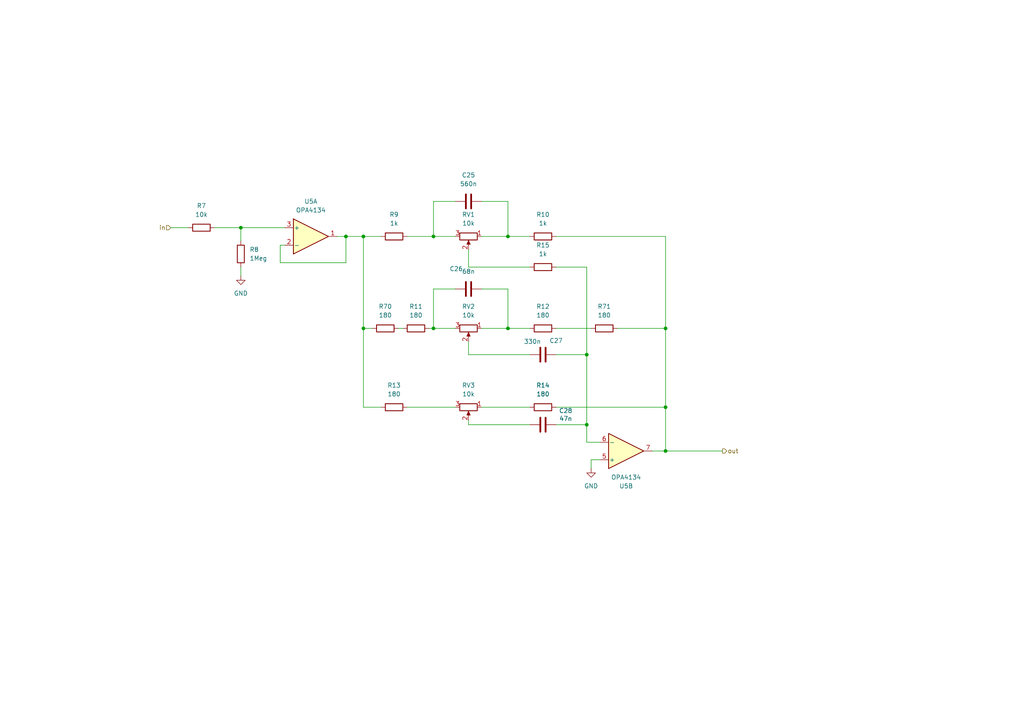
<source format=kicad_sch>
(kicad_sch
	(version 20250114)
	(generator "eeschema")
	(generator_version "9.0")
	(uuid "e8231f35-813f-46b8-a271-fb038ef25369")
	(paper "A4")
	(lib_symbols
		(symbol "Amplifier_Operational:OPA4134"
			(pin_names
				(offset 0.127)
			)
			(exclude_from_sim no)
			(in_bom yes)
			(on_board yes)
			(property "Reference" "U"
				(at 0 5.08 0)
				(effects
					(font
						(size 1.27 1.27)
					)
					(justify left)
				)
			)
			(property "Value" "OPA4134"
				(at 0 -5.08 0)
				(effects
					(font
						(size 1.27 1.27)
					)
					(justify left)
				)
			)
			(property "Footprint" ""
				(at -1.27 2.54 0)
				(effects
					(font
						(size 1.27 1.27)
					)
					(hide yes)
				)
			)
			(property "Datasheet" "http://www.ti.com/lit/ds/symlink/opa134.pdf"
				(at 1.27 5.08 0)
				(effects
					(font
						(size 1.27 1.27)
					)
					(hide yes)
				)
			)
			(property "Description" "Quad SoundPlus High Performance Audio Operational Amplifiers, SOIC-14"
				(at 0 0 0)
				(effects
					(font
						(size 1.27 1.27)
					)
					(hide yes)
				)
			)
			(property "ki_locked" ""
				(at 0 0 0)
				(effects
					(font
						(size 1.27 1.27)
					)
				)
			)
			(property "ki_keywords" "quad opamp"
				(at 0 0 0)
				(effects
					(font
						(size 1.27 1.27)
					)
					(hide yes)
				)
			)
			(property "ki_fp_filters" "SOIC*3.9x8.7mm*P1.27mm* DIP*W7.62mm* TSSOP*4.4x5mm*P0.65mm* SSOP*5.3x6.2mm*P0.65mm* MSOP*3x3mm*P0.5mm*"
				(at 0 0 0)
				(effects
					(font
						(size 1.27 1.27)
					)
					(hide yes)
				)
			)
			(symbol "OPA4134_1_1"
				(polyline
					(pts
						(xy -5.08 5.08) (xy 5.08 0) (xy -5.08 -5.08) (xy -5.08 5.08)
					)
					(stroke
						(width 0.254)
						(type default)
					)
					(fill
						(type background)
					)
				)
				(pin input line
					(at -7.62 2.54 0)
					(length 2.54)
					(name "+"
						(effects
							(font
								(size 1.27 1.27)
							)
						)
					)
					(number "3"
						(effects
							(font
								(size 1.27 1.27)
							)
						)
					)
				)
				(pin input line
					(at -7.62 -2.54 0)
					(length 2.54)
					(name "-"
						(effects
							(font
								(size 1.27 1.27)
							)
						)
					)
					(number "2"
						(effects
							(font
								(size 1.27 1.27)
							)
						)
					)
				)
				(pin output line
					(at 7.62 0 180)
					(length 2.54)
					(name "~"
						(effects
							(font
								(size 1.27 1.27)
							)
						)
					)
					(number "1"
						(effects
							(font
								(size 1.27 1.27)
							)
						)
					)
				)
			)
			(symbol "OPA4134_2_1"
				(polyline
					(pts
						(xy -5.08 5.08) (xy 5.08 0) (xy -5.08 -5.08) (xy -5.08 5.08)
					)
					(stroke
						(width 0.254)
						(type default)
					)
					(fill
						(type background)
					)
				)
				(pin input line
					(at -7.62 2.54 0)
					(length 2.54)
					(name "+"
						(effects
							(font
								(size 1.27 1.27)
							)
						)
					)
					(number "5"
						(effects
							(font
								(size 1.27 1.27)
							)
						)
					)
				)
				(pin input line
					(at -7.62 -2.54 0)
					(length 2.54)
					(name "-"
						(effects
							(font
								(size 1.27 1.27)
							)
						)
					)
					(number "6"
						(effects
							(font
								(size 1.27 1.27)
							)
						)
					)
				)
				(pin output line
					(at 7.62 0 180)
					(length 2.54)
					(name "~"
						(effects
							(font
								(size 1.27 1.27)
							)
						)
					)
					(number "7"
						(effects
							(font
								(size 1.27 1.27)
							)
						)
					)
				)
			)
			(symbol "OPA4134_3_1"
				(polyline
					(pts
						(xy -5.08 5.08) (xy 5.08 0) (xy -5.08 -5.08) (xy -5.08 5.08)
					)
					(stroke
						(width 0.254)
						(type default)
					)
					(fill
						(type background)
					)
				)
				(pin input line
					(at -7.62 2.54 0)
					(length 2.54)
					(name "+"
						(effects
							(font
								(size 1.27 1.27)
							)
						)
					)
					(number "10"
						(effects
							(font
								(size 1.27 1.27)
							)
						)
					)
				)
				(pin input line
					(at -7.62 -2.54 0)
					(length 2.54)
					(name "-"
						(effects
							(font
								(size 1.27 1.27)
							)
						)
					)
					(number "9"
						(effects
							(font
								(size 1.27 1.27)
							)
						)
					)
				)
				(pin output line
					(at 7.62 0 180)
					(length 2.54)
					(name "~"
						(effects
							(font
								(size 1.27 1.27)
							)
						)
					)
					(number "8"
						(effects
							(font
								(size 1.27 1.27)
							)
						)
					)
				)
			)
			(symbol "OPA4134_4_1"
				(polyline
					(pts
						(xy -5.08 5.08) (xy 5.08 0) (xy -5.08 -5.08) (xy -5.08 5.08)
					)
					(stroke
						(width 0.254)
						(type default)
					)
					(fill
						(type background)
					)
				)
				(pin input line
					(at -7.62 2.54 0)
					(length 2.54)
					(name "+"
						(effects
							(font
								(size 1.27 1.27)
							)
						)
					)
					(number "12"
						(effects
							(font
								(size 1.27 1.27)
							)
						)
					)
				)
				(pin input line
					(at -7.62 -2.54 0)
					(length 2.54)
					(name "-"
						(effects
							(font
								(size 1.27 1.27)
							)
						)
					)
					(number "13"
						(effects
							(font
								(size 1.27 1.27)
							)
						)
					)
				)
				(pin output line
					(at 7.62 0 180)
					(length 2.54)
					(name "~"
						(effects
							(font
								(size 1.27 1.27)
							)
						)
					)
					(number "14"
						(effects
							(font
								(size 1.27 1.27)
							)
						)
					)
				)
			)
			(symbol "OPA4134_5_1"
				(pin power_in line
					(at -2.54 7.62 270)
					(length 3.81)
					(name "V+"
						(effects
							(font
								(size 1.27 1.27)
							)
						)
					)
					(number "4"
						(effects
							(font
								(size 1.27 1.27)
							)
						)
					)
				)
				(pin power_in line
					(at -2.54 -7.62 90)
					(length 3.81)
					(name "V-"
						(effects
							(font
								(size 1.27 1.27)
							)
						)
					)
					(number "11"
						(effects
							(font
								(size 1.27 1.27)
							)
						)
					)
				)
			)
			(embedded_fonts no)
		)
		(symbol "Device:C"
			(pin_numbers
				(hide yes)
			)
			(pin_names
				(offset 0.254)
			)
			(exclude_from_sim no)
			(in_bom yes)
			(on_board yes)
			(property "Reference" "C"
				(at 0.635 2.54 0)
				(effects
					(font
						(size 1.27 1.27)
					)
					(justify left)
				)
			)
			(property "Value" "C"
				(at 0.635 -2.54 0)
				(effects
					(font
						(size 1.27 1.27)
					)
					(justify left)
				)
			)
			(property "Footprint" ""
				(at 0.9652 -3.81 0)
				(effects
					(font
						(size 1.27 1.27)
					)
					(hide yes)
				)
			)
			(property "Datasheet" "~"
				(at 0 0 0)
				(effects
					(font
						(size 1.27 1.27)
					)
					(hide yes)
				)
			)
			(property "Description" "Unpolarized capacitor"
				(at 0 0 0)
				(effects
					(font
						(size 1.27 1.27)
					)
					(hide yes)
				)
			)
			(property "ki_keywords" "cap capacitor"
				(at 0 0 0)
				(effects
					(font
						(size 1.27 1.27)
					)
					(hide yes)
				)
			)
			(property "ki_fp_filters" "C_*"
				(at 0 0 0)
				(effects
					(font
						(size 1.27 1.27)
					)
					(hide yes)
				)
			)
			(symbol "C_0_1"
				(polyline
					(pts
						(xy -2.032 0.762) (xy 2.032 0.762)
					)
					(stroke
						(width 0.508)
						(type default)
					)
					(fill
						(type none)
					)
				)
				(polyline
					(pts
						(xy -2.032 -0.762) (xy 2.032 -0.762)
					)
					(stroke
						(width 0.508)
						(type default)
					)
					(fill
						(type none)
					)
				)
			)
			(symbol "C_1_1"
				(pin passive line
					(at 0 3.81 270)
					(length 2.794)
					(name "~"
						(effects
							(font
								(size 1.27 1.27)
							)
						)
					)
					(number "1"
						(effects
							(font
								(size 1.27 1.27)
							)
						)
					)
				)
				(pin passive line
					(at 0 -3.81 90)
					(length 2.794)
					(name "~"
						(effects
							(font
								(size 1.27 1.27)
							)
						)
					)
					(number "2"
						(effects
							(font
								(size 1.27 1.27)
							)
						)
					)
				)
			)
			(embedded_fonts no)
		)
		(symbol "Device:R"
			(pin_numbers
				(hide yes)
			)
			(pin_names
				(offset 0)
			)
			(exclude_from_sim no)
			(in_bom yes)
			(on_board yes)
			(property "Reference" "R"
				(at 2.032 0 90)
				(effects
					(font
						(size 1.27 1.27)
					)
				)
			)
			(property "Value" "R"
				(at 0 0 90)
				(effects
					(font
						(size 1.27 1.27)
					)
				)
			)
			(property "Footprint" ""
				(at -1.778 0 90)
				(effects
					(font
						(size 1.27 1.27)
					)
					(hide yes)
				)
			)
			(property "Datasheet" "~"
				(at 0 0 0)
				(effects
					(font
						(size 1.27 1.27)
					)
					(hide yes)
				)
			)
			(property "Description" "Resistor"
				(at 0 0 0)
				(effects
					(font
						(size 1.27 1.27)
					)
					(hide yes)
				)
			)
			(property "ki_keywords" "R res resistor"
				(at 0 0 0)
				(effects
					(font
						(size 1.27 1.27)
					)
					(hide yes)
				)
			)
			(property "ki_fp_filters" "R_*"
				(at 0 0 0)
				(effects
					(font
						(size 1.27 1.27)
					)
					(hide yes)
				)
			)
			(symbol "R_0_1"
				(rectangle
					(start -1.016 -2.54)
					(end 1.016 2.54)
					(stroke
						(width 0.254)
						(type default)
					)
					(fill
						(type none)
					)
				)
			)
			(symbol "R_1_1"
				(pin passive line
					(at 0 3.81 270)
					(length 1.27)
					(name "~"
						(effects
							(font
								(size 1.27 1.27)
							)
						)
					)
					(number "1"
						(effects
							(font
								(size 1.27 1.27)
							)
						)
					)
				)
				(pin passive line
					(at 0 -3.81 90)
					(length 1.27)
					(name "~"
						(effects
							(font
								(size 1.27 1.27)
							)
						)
					)
					(number "2"
						(effects
							(font
								(size 1.27 1.27)
							)
						)
					)
				)
			)
			(embedded_fonts no)
		)
		(symbol "Device:R_Potentiometer"
			(pin_names
				(offset 1.016)
				(hide yes)
			)
			(exclude_from_sim no)
			(in_bom yes)
			(on_board yes)
			(property "Reference" "RV"
				(at -4.445 0 90)
				(effects
					(font
						(size 1.27 1.27)
					)
				)
			)
			(property "Value" "R_Potentiometer"
				(at -2.54 0 90)
				(effects
					(font
						(size 1.27 1.27)
					)
				)
			)
			(property "Footprint" ""
				(at 0 0 0)
				(effects
					(font
						(size 1.27 1.27)
					)
					(hide yes)
				)
			)
			(property "Datasheet" "~"
				(at 0 0 0)
				(effects
					(font
						(size 1.27 1.27)
					)
					(hide yes)
				)
			)
			(property "Description" "Potentiometer"
				(at 0 0 0)
				(effects
					(font
						(size 1.27 1.27)
					)
					(hide yes)
				)
			)
			(property "ki_keywords" "resistor variable"
				(at 0 0 0)
				(effects
					(font
						(size 1.27 1.27)
					)
					(hide yes)
				)
			)
			(property "ki_fp_filters" "Potentiometer*"
				(at 0 0 0)
				(effects
					(font
						(size 1.27 1.27)
					)
					(hide yes)
				)
			)
			(symbol "R_Potentiometer_0_1"
				(rectangle
					(start 1.016 2.54)
					(end -1.016 -2.54)
					(stroke
						(width 0.254)
						(type default)
					)
					(fill
						(type none)
					)
				)
				(polyline
					(pts
						(xy 1.143 0) (xy 2.286 0.508) (xy 2.286 -0.508) (xy 1.143 0)
					)
					(stroke
						(width 0)
						(type default)
					)
					(fill
						(type outline)
					)
				)
				(polyline
					(pts
						(xy 2.54 0) (xy 1.524 0)
					)
					(stroke
						(width 0)
						(type default)
					)
					(fill
						(type none)
					)
				)
			)
			(symbol "R_Potentiometer_1_1"
				(pin passive line
					(at 0 3.81 270)
					(length 1.27)
					(name "1"
						(effects
							(font
								(size 1.27 1.27)
							)
						)
					)
					(number "1"
						(effects
							(font
								(size 1.27 1.27)
							)
						)
					)
				)
				(pin passive line
					(at 0 -3.81 90)
					(length 1.27)
					(name "3"
						(effects
							(font
								(size 1.27 1.27)
							)
						)
					)
					(number "3"
						(effects
							(font
								(size 1.27 1.27)
							)
						)
					)
				)
				(pin passive line
					(at 3.81 0 180)
					(length 1.27)
					(name "2"
						(effects
							(font
								(size 1.27 1.27)
							)
						)
					)
					(number "2"
						(effects
							(font
								(size 1.27 1.27)
							)
						)
					)
				)
			)
			(embedded_fonts no)
		)
		(symbol "power:GND"
			(power)
			(pin_numbers
				(hide yes)
			)
			(pin_names
				(offset 0)
				(hide yes)
			)
			(exclude_from_sim no)
			(in_bom yes)
			(on_board yes)
			(property "Reference" "#PWR"
				(at 0 -6.35 0)
				(effects
					(font
						(size 1.27 1.27)
					)
					(hide yes)
				)
			)
			(property "Value" "GND"
				(at 0 -3.81 0)
				(effects
					(font
						(size 1.27 1.27)
					)
				)
			)
			(property "Footprint" ""
				(at 0 0 0)
				(effects
					(font
						(size 1.27 1.27)
					)
					(hide yes)
				)
			)
			(property "Datasheet" ""
				(at 0 0 0)
				(effects
					(font
						(size 1.27 1.27)
					)
					(hide yes)
				)
			)
			(property "Description" "Power symbol creates a global label with name \"GND\" , ground"
				(at 0 0 0)
				(effects
					(font
						(size 1.27 1.27)
					)
					(hide yes)
				)
			)
			(property "ki_keywords" "global power"
				(at 0 0 0)
				(effects
					(font
						(size 1.27 1.27)
					)
					(hide yes)
				)
			)
			(symbol "GND_0_1"
				(polyline
					(pts
						(xy 0 0) (xy 0 -1.27) (xy 1.27 -1.27) (xy 0 -2.54) (xy -1.27 -1.27) (xy 0 -1.27)
					)
					(stroke
						(width 0)
						(type default)
					)
					(fill
						(type none)
					)
				)
			)
			(symbol "GND_1_1"
				(pin power_in line
					(at 0 0 270)
					(length 0)
					(name "~"
						(effects
							(font
								(size 1.27 1.27)
							)
						)
					)
					(number "1"
						(effects
							(font
								(size 1.27 1.27)
							)
						)
					)
				)
			)
			(embedded_fonts no)
		)
	)
	(junction
		(at 125.73 95.25)
		(diameter 0)
		(color 0 0 0 0)
		(uuid "1154c1ee-6521-4ff3-8d4d-99fad93a0db2")
	)
	(junction
		(at 105.41 68.58)
		(diameter 0)
		(color 0 0 0 0)
		(uuid "143deec4-3a0e-40e6-91f6-759d9f5efc2a")
	)
	(junction
		(at 147.32 68.58)
		(diameter 0)
		(color 0 0 0 0)
		(uuid "1a096b3e-e5d0-4d38-972b-fd093fc340b2")
	)
	(junction
		(at 170.18 102.87)
		(diameter 0)
		(color 0 0 0 0)
		(uuid "3614dd1c-a89a-4fa0-83d5-cfdea71310b4")
	)
	(junction
		(at 105.41 95.25)
		(diameter 0)
		(color 0 0 0 0)
		(uuid "467d843d-6d31-481e-a752-a3e36a0ffac2")
	)
	(junction
		(at 125.73 68.58)
		(diameter 0)
		(color 0 0 0 0)
		(uuid "56026bf3-71fc-4bcc-bc7b-cf1e3f713ddd")
	)
	(junction
		(at 193.04 130.81)
		(diameter 0)
		(color 0 0 0 0)
		(uuid "59113526-512b-41b9-a78e-09d1598d0c60")
	)
	(junction
		(at 100.33 68.58)
		(diameter 0)
		(color 0 0 0 0)
		(uuid "639d2ae9-eb75-47f7-bc6b-4d4aea414a28")
	)
	(junction
		(at 170.18 123.19)
		(diameter 0)
		(color 0 0 0 0)
		(uuid "6d289da3-6bdb-43bd-8c89-99c544da9980")
	)
	(junction
		(at 193.04 95.25)
		(diameter 0)
		(color 0 0 0 0)
		(uuid "b94e614f-babc-44d4-a995-3ad8350cc6a7")
	)
	(junction
		(at 69.85 66.04)
		(diameter 0)
		(color 0 0 0 0)
		(uuid "c6b56a5b-7e5d-45b7-a8d6-0cf207254b0d")
	)
	(junction
		(at 147.32 95.25)
		(diameter 0)
		(color 0 0 0 0)
		(uuid "dbaf1f75-44eb-4fd4-a9ff-10fa520cf37a")
	)
	(junction
		(at 193.04 118.11)
		(diameter 0)
		(color 0 0 0 0)
		(uuid "f1653098-12f2-46a9-9f8a-90b8c3d08e50")
	)
	(wire
		(pts
			(xy 135.89 77.47) (xy 153.67 77.47)
		)
		(stroke
			(width 0)
			(type default)
		)
		(uuid "0665cda6-b99f-4db8-9219-21f3e07be186")
	)
	(wire
		(pts
			(xy 193.04 118.11) (xy 161.29 118.11)
		)
		(stroke
			(width 0)
			(type default)
		)
		(uuid "0b766b8b-d4a3-437e-b2f8-407a3c6cb45b")
	)
	(wire
		(pts
			(xy 124.46 95.25) (xy 125.73 95.25)
		)
		(stroke
			(width 0)
			(type default)
		)
		(uuid "0c3f4df3-83bc-49b9-ba3c-646df290d0ef")
	)
	(wire
		(pts
			(xy 170.18 123.19) (xy 170.18 128.27)
		)
		(stroke
			(width 0)
			(type default)
		)
		(uuid "0eaa65c1-3f82-4046-be3c-6ac44ef6a7fd")
	)
	(wire
		(pts
			(xy 132.08 58.42) (xy 125.73 58.42)
		)
		(stroke
			(width 0)
			(type default)
		)
		(uuid "0f7190eb-6d3f-4945-967e-9fa0d5d5578c")
	)
	(wire
		(pts
			(xy 193.04 68.58) (xy 193.04 95.25)
		)
		(stroke
			(width 0)
			(type default)
		)
		(uuid "0f8a5242-6ee7-4ffa-88d0-3ed2709a42ad")
	)
	(wire
		(pts
			(xy 105.41 118.11) (xy 105.41 95.25)
		)
		(stroke
			(width 0)
			(type default)
		)
		(uuid "122f5d7d-dd10-4586-86cb-95e76550bc39")
	)
	(wire
		(pts
			(xy 105.41 95.25) (xy 105.41 68.58)
		)
		(stroke
			(width 0)
			(type default)
		)
		(uuid "1b685b78-b3be-4b00-833f-23d087e416d7")
	)
	(wire
		(pts
			(xy 135.89 121.92) (xy 135.89 123.19)
		)
		(stroke
			(width 0)
			(type default)
		)
		(uuid "2369c541-f002-4f5f-b3cd-9daa3fa3d094")
	)
	(wire
		(pts
			(xy 139.7 118.11) (xy 153.67 118.11)
		)
		(stroke
			(width 0)
			(type default)
		)
		(uuid "29bab1ac-3c3d-44df-ae5e-aa85654f2cf9")
	)
	(wire
		(pts
			(xy 135.89 123.19) (xy 153.67 123.19)
		)
		(stroke
			(width 0)
			(type default)
		)
		(uuid "33b5d7a1-cc24-4b8e-8d08-f1c40d5a550a")
	)
	(wire
		(pts
			(xy 125.73 95.25) (xy 132.08 95.25)
		)
		(stroke
			(width 0)
			(type default)
		)
		(uuid "351bf912-248f-4207-9e82-ecbe6179fb15")
	)
	(wire
		(pts
			(xy 125.73 83.82) (xy 125.73 95.25)
		)
		(stroke
			(width 0)
			(type default)
		)
		(uuid "3552e745-7abf-4aa9-8ee2-19e0527ba73c")
	)
	(wire
		(pts
			(xy 139.7 58.42) (xy 147.32 58.42)
		)
		(stroke
			(width 0)
			(type default)
		)
		(uuid "356f2354-fb44-45cc-8670-3d8602fa26ca")
	)
	(wire
		(pts
			(xy 81.28 76.2) (xy 100.33 76.2)
		)
		(stroke
			(width 0)
			(type default)
		)
		(uuid "39332d66-f1b4-4121-b15f-aaba6f166c7f")
	)
	(wire
		(pts
			(xy 49.53 66.04) (xy 54.61 66.04)
		)
		(stroke
			(width 0)
			(type default)
		)
		(uuid "3a023f65-7ea1-486c-9c24-d21dd2094ff1")
	)
	(wire
		(pts
			(xy 170.18 128.27) (xy 173.99 128.27)
		)
		(stroke
			(width 0)
			(type default)
		)
		(uuid "3ef1181f-4a0e-443c-b1ed-0f616ab07d3a")
	)
	(wire
		(pts
			(xy 116.84 95.25) (xy 115.57 95.25)
		)
		(stroke
			(width 0)
			(type default)
		)
		(uuid "47c4593d-6e34-4faa-b14d-8ad25382bc27")
	)
	(wire
		(pts
			(xy 147.32 68.58) (xy 153.67 68.58)
		)
		(stroke
			(width 0)
			(type default)
		)
		(uuid "4b011e5a-af28-4020-bce4-982a6d6655cd")
	)
	(wire
		(pts
			(xy 125.73 68.58) (xy 132.08 68.58)
		)
		(stroke
			(width 0)
			(type default)
		)
		(uuid "4beb604d-098e-486f-aeda-49e88f575a2d")
	)
	(wire
		(pts
			(xy 171.45 133.35) (xy 173.99 133.35)
		)
		(stroke
			(width 0)
			(type default)
		)
		(uuid "4e38c51f-c5a5-47de-8f9e-019f38f2ccba")
	)
	(wire
		(pts
			(xy 161.29 77.47) (xy 170.18 77.47)
		)
		(stroke
			(width 0)
			(type default)
		)
		(uuid "4f36539c-7ff5-4a2c-9c5a-062bfe261065")
	)
	(wire
		(pts
			(xy 170.18 77.47) (xy 170.18 102.87)
		)
		(stroke
			(width 0)
			(type default)
		)
		(uuid "57c42bed-27e7-4235-9eea-06ab9ec289a0")
	)
	(wire
		(pts
			(xy 161.29 102.87) (xy 170.18 102.87)
		)
		(stroke
			(width 0)
			(type default)
		)
		(uuid "5d193cad-a439-470f-8cd5-765be1b73d5c")
	)
	(wire
		(pts
			(xy 171.45 135.89) (xy 171.45 133.35)
		)
		(stroke
			(width 0)
			(type default)
		)
		(uuid "6161b412-e3d7-4124-bee5-adf48bed313b")
	)
	(wire
		(pts
			(xy 161.29 95.25) (xy 171.45 95.25)
		)
		(stroke
			(width 0)
			(type default)
		)
		(uuid "636de0dd-14f5-4036-8ff4-2999d54fb9e2")
	)
	(wire
		(pts
			(xy 118.11 118.11) (xy 132.08 118.11)
		)
		(stroke
			(width 0)
			(type default)
		)
		(uuid "64d35983-4e01-47db-9d99-0f4b7a21f290")
	)
	(wire
		(pts
			(xy 100.33 68.58) (xy 105.41 68.58)
		)
		(stroke
			(width 0)
			(type default)
		)
		(uuid "7375e159-831a-4895-ad08-cead66899d82")
	)
	(wire
		(pts
			(xy 118.11 68.58) (xy 125.73 68.58)
		)
		(stroke
			(width 0)
			(type default)
		)
		(uuid "772b70d3-eaae-4525-b54c-29d33616e5cd")
	)
	(wire
		(pts
			(xy 132.08 83.82) (xy 125.73 83.82)
		)
		(stroke
			(width 0)
			(type default)
		)
		(uuid "77ee8d9b-2b6c-4490-8da0-5cb2084bb540")
	)
	(wire
		(pts
			(xy 179.07 95.25) (xy 193.04 95.25)
		)
		(stroke
			(width 0)
			(type default)
		)
		(uuid "7a72bd94-1eaa-465f-ba37-aaef0dfb005a")
	)
	(wire
		(pts
			(xy 100.33 76.2) (xy 100.33 68.58)
		)
		(stroke
			(width 0)
			(type default)
		)
		(uuid "7f4cf165-8280-43ea-8430-33a235703d45")
	)
	(wire
		(pts
			(xy 147.32 95.25) (xy 153.67 95.25)
		)
		(stroke
			(width 0)
			(type default)
		)
		(uuid "85ea0d97-caa4-463a-aed6-002cf5e053ef")
	)
	(wire
		(pts
			(xy 147.32 58.42) (xy 147.32 68.58)
		)
		(stroke
			(width 0)
			(type default)
		)
		(uuid "980efd75-049a-419c-9bf2-d41dad17f2f2")
	)
	(wire
		(pts
			(xy 107.95 95.25) (xy 105.41 95.25)
		)
		(stroke
			(width 0)
			(type default)
		)
		(uuid "9ff2cd8a-e05f-41a7-a755-563a5f0d1eb6")
	)
	(wire
		(pts
			(xy 100.33 68.58) (xy 97.79 68.58)
		)
		(stroke
			(width 0)
			(type default)
		)
		(uuid "a2e8db09-79e6-4c24-bed6-2c5ae08307a7")
	)
	(wire
		(pts
			(xy 147.32 83.82) (xy 147.32 95.25)
		)
		(stroke
			(width 0)
			(type default)
		)
		(uuid "ac72ebef-75bd-41c4-9b89-8f04ef12078d")
	)
	(wire
		(pts
			(xy 69.85 66.04) (xy 69.85 69.85)
		)
		(stroke
			(width 0)
			(type default)
		)
		(uuid "b250d50e-4a9f-4663-a503-f01cfc3adde9")
	)
	(wire
		(pts
			(xy 193.04 130.81) (xy 193.04 118.11)
		)
		(stroke
			(width 0)
			(type default)
		)
		(uuid "b557a057-40ba-4b8b-8a63-690f7f995076")
	)
	(wire
		(pts
			(xy 82.55 71.12) (xy 81.28 71.12)
		)
		(stroke
			(width 0)
			(type default)
		)
		(uuid "b5623390-8170-4dda-881a-4b3f5a59150d")
	)
	(wire
		(pts
			(xy 161.29 123.19) (xy 170.18 123.19)
		)
		(stroke
			(width 0)
			(type default)
		)
		(uuid "c3c1ead4-a12d-4add-9d04-9482f0b96ea0")
	)
	(wire
		(pts
			(xy 170.18 102.87) (xy 170.18 123.19)
		)
		(stroke
			(width 0)
			(type default)
		)
		(uuid "c3e93d10-762d-4a52-b3af-f4c6ddea4656")
	)
	(wire
		(pts
			(xy 135.89 72.39) (xy 135.89 77.47)
		)
		(stroke
			(width 0)
			(type default)
		)
		(uuid "c5b50431-4331-4a7f-a0de-bf0e0473ecea")
	)
	(wire
		(pts
			(xy 193.04 95.25) (xy 193.04 118.11)
		)
		(stroke
			(width 0)
			(type default)
		)
		(uuid "cfccc086-5e4c-4676-9487-45e32932e7d5")
	)
	(wire
		(pts
			(xy 135.89 102.87) (xy 153.67 102.87)
		)
		(stroke
			(width 0)
			(type default)
		)
		(uuid "d6eebd03-d195-4fe5-b7e6-77613dba125b")
	)
	(wire
		(pts
			(xy 161.29 68.58) (xy 193.04 68.58)
		)
		(stroke
			(width 0)
			(type default)
		)
		(uuid "d9641a53-f77f-4921-a83f-7d6c68fb137c")
	)
	(wire
		(pts
			(xy 125.73 58.42) (xy 125.73 68.58)
		)
		(stroke
			(width 0)
			(type default)
		)
		(uuid "dc1a254d-0267-42de-a04c-e90b6f79ce5b")
	)
	(wire
		(pts
			(xy 110.49 118.11) (xy 105.41 118.11)
		)
		(stroke
			(width 0)
			(type default)
		)
		(uuid "dea6985e-ecc0-4c70-b20f-9867191f4b4a")
	)
	(wire
		(pts
			(xy 62.23 66.04) (xy 69.85 66.04)
		)
		(stroke
			(width 0)
			(type default)
		)
		(uuid "e035f032-efd1-42a9-8207-a2ec6e59b236")
	)
	(wire
		(pts
			(xy 105.41 68.58) (xy 110.49 68.58)
		)
		(stroke
			(width 0)
			(type default)
		)
		(uuid "e13c2ba2-f6fc-402c-bd56-29d2dc6dcd18")
	)
	(wire
		(pts
			(xy 139.7 95.25) (xy 147.32 95.25)
		)
		(stroke
			(width 0)
			(type default)
		)
		(uuid "e25ea70a-75e8-434c-ad5c-a1bdc21e5553")
	)
	(wire
		(pts
			(xy 189.23 130.81) (xy 193.04 130.81)
		)
		(stroke
			(width 0)
			(type default)
		)
		(uuid "e72b739e-61f9-4d8a-a0b2-4f50847c4044")
	)
	(wire
		(pts
			(xy 139.7 68.58) (xy 147.32 68.58)
		)
		(stroke
			(width 0)
			(type default)
		)
		(uuid "e7b3acf1-dbc0-4264-b879-6832c545e6dd")
	)
	(wire
		(pts
			(xy 193.04 130.81) (xy 209.55 130.81)
		)
		(stroke
			(width 0)
			(type default)
		)
		(uuid "e7ca34d5-a011-4973-b885-34fb6aee6686")
	)
	(wire
		(pts
			(xy 139.7 83.82) (xy 147.32 83.82)
		)
		(stroke
			(width 0)
			(type default)
		)
		(uuid "ea237e21-6fcf-4638-9214-aa6178719166")
	)
	(wire
		(pts
			(xy 81.28 71.12) (xy 81.28 76.2)
		)
		(stroke
			(width 0)
			(type default)
		)
		(uuid "ea43030d-3102-4d98-8055-0485f97d6b03")
	)
	(wire
		(pts
			(xy 69.85 66.04) (xy 82.55 66.04)
		)
		(stroke
			(width 0)
			(type default)
		)
		(uuid "ed4c03f8-5221-45bd-8deb-cf56ce211274")
	)
	(wire
		(pts
			(xy 69.85 77.47) (xy 69.85 80.01)
		)
		(stroke
			(width 0)
			(type default)
		)
		(uuid "fa99796a-7a58-4bfb-8f06-b100628e9c3a")
	)
	(wire
		(pts
			(xy 135.89 99.06) (xy 135.89 102.87)
		)
		(stroke
			(width 0)
			(type default)
		)
		(uuid "fcf84bfa-559b-4d54-a42e-1e5cfc6875d0")
	)
	(hierarchical_label "out"
		(shape output)
		(at 209.55 130.81 0)
		(effects
			(font
				(size 1.27 1.27)
			)
			(justify left)
		)
		(uuid "34c6d45d-7737-4577-8b3e-56380afe2abd")
	)
	(hierarchical_label "in"
		(shape input)
		(at 49.53 66.04 180)
		(effects
			(font
				(size 1.27 1.27)
			)
			(justify right)
		)
		(uuid "de88b9ba-1f4c-4f6f-8947-037beb64d3a6")
	)
	(symbol
		(lib_id "Device:R")
		(at 120.65 95.25 90)
		(unit 1)
		(exclude_from_sim no)
		(in_bom yes)
		(on_board yes)
		(dnp no)
		(fields_autoplaced yes)
		(uuid "27e5c240-b0fd-4b2c-ae17-73415fc4c2d8")
		(property "Reference" "R11"
			(at 120.65 88.9 90)
			(effects
				(font
					(size 1.27 1.27)
				)
			)
		)
		(property "Value" "180"
			(at 120.65 91.44 90)
			(effects
				(font
					(size 1.27 1.27)
				)
			)
		)
		(property "Footprint" "Resistor_SMD:R_0603_1608Metric_Pad0.98x0.95mm_HandSolder"
			(at 120.65 97.028 90)
			(effects
				(font
					(size 1.27 1.27)
				)
				(hide yes)
			)
		)
		(property "Datasheet" "~"
			(at 120.65 95.25 0)
			(effects
				(font
					(size 1.27 1.27)
				)
				(hide yes)
			)
		)
		(property "Description" "Resistor"
			(at 120.65 95.25 0)
			(effects
				(font
					(size 1.27 1.27)
				)
				(hide yes)
			)
		)
		(pin "2"
			(uuid "3aac9a8b-1baf-4638-964e-fc1409cbaa1a")
		)
		(pin "1"
			(uuid "d95a6b8d-5f42-4c5d-ad00-0a0923378127")
		)
		(instances
			(project ""
				(path "/b77251ff-4eed-421f-8c84-983bb16b8e4c/65ae5279-f261-44aa-a976-bc4d67837457"
					(reference "R11")
					(unit 1)
				)
			)
		)
	)
	(symbol
		(lib_id "Device:R")
		(at 114.3 118.11 90)
		(unit 1)
		(exclude_from_sim no)
		(in_bom yes)
		(on_board yes)
		(dnp no)
		(fields_autoplaced yes)
		(uuid "29edb136-c953-4f01-9813-c4a6b14a39e2")
		(property "Reference" "R13"
			(at 114.3 111.76 90)
			(effects
				(font
					(size 1.27 1.27)
				)
			)
		)
		(property "Value" "180"
			(at 114.3 114.3 90)
			(effects
				(font
					(size 1.27 1.27)
				)
			)
		)
		(property "Footprint" "Resistor_SMD:R_0603_1608Metric_Pad0.98x0.95mm_HandSolder"
			(at 114.3 119.888 90)
			(effects
				(font
					(size 1.27 1.27)
				)
				(hide yes)
			)
		)
		(property "Datasheet" "~"
			(at 114.3 118.11 0)
			(effects
				(font
					(size 1.27 1.27)
				)
				(hide yes)
			)
		)
		(property "Description" "Resistor"
			(at 114.3 118.11 0)
			(effects
				(font
					(size 1.27 1.27)
				)
				(hide yes)
			)
		)
		(pin "2"
			(uuid "3aac9a8b-1baf-4638-964e-fc1409cbaa1b")
		)
		(pin "1"
			(uuid "d95a6b8d-5f42-4c5d-ad00-0a0923378128")
		)
		(instances
			(project ""
				(path "/b77251ff-4eed-421f-8c84-983bb16b8e4c/65ae5279-f261-44aa-a976-bc4d67837457"
					(reference "R13")
					(unit 1)
				)
			)
		)
	)
	(symbol
		(lib_id "Device:R")
		(at 58.42 66.04 90)
		(unit 1)
		(exclude_from_sim no)
		(in_bom yes)
		(on_board yes)
		(dnp no)
		(fields_autoplaced yes)
		(uuid "2c3b9e5a-ee25-413c-b374-ec8bafeed784")
		(property "Reference" "R7"
			(at 58.42 59.69 90)
			(effects
				(font
					(size 1.27 1.27)
				)
			)
		)
		(property "Value" "10k"
			(at 58.42 62.23 90)
			(effects
				(font
					(size 1.27 1.27)
				)
			)
		)
		(property "Footprint" "Resistor_SMD:R_0603_1608Metric_Pad0.98x0.95mm_HandSolder"
			(at 58.42 67.818 90)
			(effects
				(font
					(size 1.27 1.27)
				)
				(hide yes)
			)
		)
		(property "Datasheet" "~"
			(at 58.42 66.04 0)
			(effects
				(font
					(size 1.27 1.27)
				)
				(hide yes)
			)
		)
		(property "Description" "Resistor"
			(at 58.42 66.04 0)
			(effects
				(font
					(size 1.27 1.27)
				)
				(hide yes)
			)
		)
		(pin "1"
			(uuid "be6b3ce6-9694-4591-9b27-14518990c6c2")
		)
		(pin "2"
			(uuid "e9317180-08f5-4fc6-a5e2-db967fbf9e8a")
		)
		(instances
			(project ""
				(path "/b77251ff-4eed-421f-8c84-983bb16b8e4c/65ae5279-f261-44aa-a976-bc4d67837457"
					(reference "R7")
					(unit 1)
				)
			)
		)
	)
	(symbol
		(lib_id "Device:R")
		(at 111.76 95.25 90)
		(unit 1)
		(exclude_from_sim no)
		(in_bom yes)
		(on_board yes)
		(dnp no)
		(fields_autoplaced yes)
		(uuid "2fef9f54-7cab-426c-ae31-a94cfd700884")
		(property "Reference" "R70"
			(at 111.76 88.9 90)
			(effects
				(font
					(size 1.27 1.27)
				)
			)
		)
		(property "Value" "180"
			(at 111.76 91.44 90)
			(effects
				(font
					(size 1.27 1.27)
				)
			)
		)
		(property "Footprint" "Resistor_SMD:R_0603_1608Metric_Pad0.98x0.95mm_HandSolder"
			(at 111.76 97.028 90)
			(effects
				(font
					(size 1.27 1.27)
				)
				(hide yes)
			)
		)
		(property "Datasheet" "~"
			(at 111.76 95.25 0)
			(effects
				(font
					(size 1.27 1.27)
				)
				(hide yes)
			)
		)
		(property "Description" "Resistor"
			(at 111.76 95.25 0)
			(effects
				(font
					(size 1.27 1.27)
				)
				(hide yes)
			)
		)
		(pin "2"
			(uuid "91ae520a-0cc7-44bb-85b5-7f9117090aa4")
		)
		(pin "1"
			(uuid "538254d2-cb97-46a3-935d-29139f708aab")
		)
		(instances
			(project "guitar_interface"
				(path "/b77251ff-4eed-421f-8c84-983bb16b8e4c/65ae5279-f261-44aa-a976-bc4d67837457"
					(reference "R70")
					(unit 1)
				)
			)
		)
	)
	(symbol
		(lib_id "Device:R_Potentiometer")
		(at 135.89 95.25 270)
		(unit 1)
		(exclude_from_sim no)
		(in_bom yes)
		(on_board yes)
		(dnp no)
		(fields_autoplaced yes)
		(uuid "3f4eb5ee-076f-4f7b-bd35-15942757646e")
		(property "Reference" "RV2"
			(at 135.89 88.9 90)
			(effects
				(font
					(size 1.27 1.27)
				)
			)
		)
		(property "Value" "10k"
			(at 135.89 91.44 90)
			(effects
				(font
					(size 1.27 1.27)
				)
			)
		)
		(property "Footprint" "Connector_PinHeader_2.54mm:PinHeader_1x03_P2.54mm_Vertical"
			(at 135.89 95.25 0)
			(effects
				(font
					(size 1.27 1.27)
				)
				(hide yes)
			)
		)
		(property "Datasheet" "~"
			(at 135.89 95.25 0)
			(effects
				(font
					(size 1.27 1.27)
				)
				(hide yes)
			)
		)
		(property "Description" "Potentiometer"
			(at 135.89 95.25 0)
			(effects
				(font
					(size 1.27 1.27)
				)
				(hide yes)
			)
		)
		(pin "1"
			(uuid "65ac3498-47b6-4596-bf6b-fe74377aa687")
		)
		(pin "3"
			(uuid "1c8f8dd0-7a74-45e0-aafb-c2e16584fceb")
		)
		(pin "2"
			(uuid "8992008b-6798-465c-a827-826aa7ac01ee")
		)
		(instances
			(project ""
				(path "/b77251ff-4eed-421f-8c84-983bb16b8e4c/65ae5279-f261-44aa-a976-bc4d67837457"
					(reference "RV2")
					(unit 1)
				)
			)
		)
	)
	(symbol
		(lib_id "Device:R")
		(at 157.48 68.58 90)
		(unit 1)
		(exclude_from_sim no)
		(in_bom yes)
		(on_board yes)
		(dnp no)
		(fields_autoplaced yes)
		(uuid "44a01f64-45f5-444e-bcff-ea8814eaaf96")
		(property "Reference" "R10"
			(at 157.48 62.23 90)
			(effects
				(font
					(size 1.27 1.27)
				)
			)
		)
		(property "Value" "1k"
			(at 157.48 64.77 90)
			(effects
				(font
					(size 1.27 1.27)
				)
			)
		)
		(property "Footprint" "Resistor_SMD:R_0603_1608Metric_Pad0.98x0.95mm_HandSolder"
			(at 157.48 70.358 90)
			(effects
				(font
					(size 1.27 1.27)
				)
				(hide yes)
			)
		)
		(property "Datasheet" "~"
			(at 157.48 68.58 0)
			(effects
				(font
					(size 1.27 1.27)
				)
				(hide yes)
			)
		)
		(property "Description" "Resistor"
			(at 157.48 68.58 0)
			(effects
				(font
					(size 1.27 1.27)
				)
				(hide yes)
			)
		)
		(pin "2"
			(uuid "3aac9a8b-1baf-4638-964e-fc1409cbaa1c")
		)
		(pin "1"
			(uuid "d95a6b8d-5f42-4c5d-ad00-0a0923378129")
		)
		(instances
			(project ""
				(path "/b77251ff-4eed-421f-8c84-983bb16b8e4c/65ae5279-f261-44aa-a976-bc4d67837457"
					(reference "R10")
					(unit 1)
				)
			)
		)
	)
	(symbol
		(lib_id "Device:R")
		(at 157.48 118.11 90)
		(unit 1)
		(exclude_from_sim no)
		(in_bom yes)
		(on_board yes)
		(dnp no)
		(fields_autoplaced yes)
		(uuid "60a2ef6f-344c-40bf-b439-d75932b5168f")
		(property "Reference" "R14"
			(at 157.48 111.76 90)
			(effects
				(font
					(size 1.27 1.27)
				)
			)
		)
		(property "Value" "180"
			(at 157.48 114.3 90)
			(effects
				(font
					(size 1.27 1.27)
				)
			)
		)
		(property "Footprint" "Resistor_SMD:R_0603_1608Metric_Pad0.98x0.95mm_HandSolder"
			(at 157.48 119.888 90)
			(effects
				(font
					(size 1.27 1.27)
				)
				(hide yes)
			)
		)
		(property "Datasheet" "~"
			(at 157.48 118.11 0)
			(effects
				(font
					(size 1.27 1.27)
				)
				(hide yes)
			)
		)
		(property "Description" "Resistor"
			(at 157.48 118.11 0)
			(effects
				(font
					(size 1.27 1.27)
				)
				(hide yes)
			)
		)
		(pin "2"
			(uuid "3aac9a8b-1baf-4638-964e-fc1409cbaa1d")
		)
		(pin "1"
			(uuid "d95a6b8d-5f42-4c5d-ad00-0a092337812a")
		)
		(instances
			(project ""
				(path "/b77251ff-4eed-421f-8c84-983bb16b8e4c/65ae5279-f261-44aa-a976-bc4d67837457"
					(reference "R14")
					(unit 1)
				)
			)
		)
	)
	(symbol
		(lib_id "Device:C")
		(at 157.48 102.87 90)
		(unit 1)
		(exclude_from_sim no)
		(in_bom yes)
		(on_board yes)
		(dnp no)
		(uuid "6eca0e43-11ca-4e46-a717-4dd9386160b6")
		(property "Reference" "C27"
			(at 161.29 98.806 90)
			(effects
				(font
					(size 1.27 1.27)
				)
			)
		)
		(property "Value" "330n"
			(at 154.432 99.06 90)
			(effects
				(font
					(size 1.27 1.27)
				)
			)
		)
		(property "Footprint" "Capacitor_SMD:C_0805_2012Metric_Pad1.18x1.45mm_HandSolder"
			(at 161.29 101.9048 0)
			(effects
				(font
					(size 1.27 1.27)
				)
				(hide yes)
			)
		)
		(property "Datasheet" "~"
			(at 157.48 102.87 0)
			(effects
				(font
					(size 1.27 1.27)
				)
				(hide yes)
			)
		)
		(property "Description" "Unpolarized capacitor"
			(at 157.48 102.87 0)
			(effects
				(font
					(size 1.27 1.27)
				)
				(hide yes)
			)
		)
		(pin "1"
			(uuid "c8c79730-df4f-445f-aeba-52cab6468114")
		)
		(pin "2"
			(uuid "53f3b0a1-bf97-4be4-808d-1c1b0ff7dd6d")
		)
		(instances
			(project ""
				(path "/b77251ff-4eed-421f-8c84-983bb16b8e4c/65ae5279-f261-44aa-a976-bc4d67837457"
					(reference "C27")
					(unit 1)
				)
			)
		)
	)
	(symbol
		(lib_id "Device:R")
		(at 175.26 95.25 90)
		(unit 1)
		(exclude_from_sim no)
		(in_bom yes)
		(on_board yes)
		(dnp no)
		(fields_autoplaced yes)
		(uuid "72b3fa0b-657a-4b2f-99f5-ad6677f5c566")
		(property "Reference" "R71"
			(at 175.26 88.9 90)
			(effects
				(font
					(size 1.27 1.27)
				)
			)
		)
		(property "Value" "180"
			(at 175.26 91.44 90)
			(effects
				(font
					(size 1.27 1.27)
				)
			)
		)
		(property "Footprint" "Resistor_SMD:R_0603_1608Metric_Pad0.98x0.95mm_HandSolder"
			(at 175.26 97.028 90)
			(effects
				(font
					(size 1.27 1.27)
				)
				(hide yes)
			)
		)
		(property "Datasheet" "~"
			(at 175.26 95.25 0)
			(effects
				(font
					(size 1.27 1.27)
				)
				(hide yes)
			)
		)
		(property "Description" "Resistor"
			(at 175.26 95.25 0)
			(effects
				(font
					(size 1.27 1.27)
				)
				(hide yes)
			)
		)
		(pin "2"
			(uuid "23e6351e-b988-4857-ad43-c6339f835cd8")
		)
		(pin "1"
			(uuid "ffb49dbd-c4ca-4027-a15c-f1984e4b9d6e")
		)
		(instances
			(project "guitar_interface"
				(path "/b77251ff-4eed-421f-8c84-983bb16b8e4c/65ae5279-f261-44aa-a976-bc4d67837457"
					(reference "R71")
					(unit 1)
				)
			)
		)
	)
	(symbol
		(lib_id "Amplifier_Operational:OPA4134")
		(at 90.17 68.58 0)
		(unit 1)
		(exclude_from_sim no)
		(in_bom yes)
		(on_board yes)
		(dnp no)
		(fields_autoplaced yes)
		(uuid "82227e90-cc51-41bb-a61a-783168d52add")
		(property "Reference" "U5"
			(at 90.17 58.42 0)
			(effects
				(font
					(size 1.27 1.27)
				)
			)
		)
		(property "Value" "OPA4134"
			(at 90.17 60.96 0)
			(effects
				(font
					(size 1.27 1.27)
				)
			)
		)
		(property "Footprint" "Package_SO:SOIC-14_3.9x8.7mm_P1.27mm"
			(at 88.9 66.04 0)
			(effects
				(font
					(size 1.27 1.27)
				)
				(hide yes)
			)
		)
		(property "Datasheet" "http://www.ti.com/lit/ds/symlink/opa134.pdf"
			(at 91.44 63.5 0)
			(effects
				(font
					(size 1.27 1.27)
				)
				(hide yes)
			)
		)
		(property "Description" "Quad SoundPlus High Performance Audio Operational Amplifiers, SOIC-14"
			(at 90.17 68.58 0)
			(effects
				(font
					(size 1.27 1.27)
				)
				(hide yes)
			)
		)
		(pin "9"
			(uuid "556a1321-514b-45bf-b2e4-02e07f913b31")
		)
		(pin "12"
			(uuid "6c25c481-d77b-4bf5-9f20-70203181e437")
		)
		(pin "4"
			(uuid "ebbcedef-090a-4841-a4f4-962641ace9de")
		)
		(pin "8"
			(uuid "70db3494-1f58-4877-a128-2f1add896aff")
		)
		(pin "6"
			(uuid "9b0f7252-bf8f-43ad-bd6f-712bee4b66f2")
		)
		(pin "7"
			(uuid "8f69a05e-5505-41cf-9b06-8e6a14d59aaf")
		)
		(pin "3"
			(uuid "9acc8b01-f40b-4f12-94d8-b32fe75632de")
		)
		(pin "2"
			(uuid "81af0d85-1927-4079-90dc-d6a500496293")
		)
		(pin "10"
			(uuid "6d81274e-b2db-491a-8a23-64f7d91341ed")
		)
		(pin "1"
			(uuid "b606d0da-9453-4353-bbc7-141ee4af2218")
		)
		(pin "13"
			(uuid "88284741-f955-4228-b4a7-0ff912c2e3b1")
		)
		(pin "11"
			(uuid "b1d47457-c7a7-4ce5-84a4-779d6ff3b088")
		)
		(pin "5"
			(uuid "4524f347-06d9-43e0-a3fe-ecb890b36e9a")
		)
		(pin "14"
			(uuid "9dbfbf2f-7e54-4826-93d9-056f909ae397")
		)
		(instances
			(project ""
				(path "/b77251ff-4eed-421f-8c84-983bb16b8e4c/65ae5279-f261-44aa-a976-bc4d67837457"
					(reference "U5")
					(unit 1)
				)
			)
		)
	)
	(symbol
		(lib_id "Device:R")
		(at 69.85 73.66 180)
		(unit 1)
		(exclude_from_sim no)
		(in_bom yes)
		(on_board yes)
		(dnp no)
		(fields_autoplaced yes)
		(uuid "86f916e4-6020-41df-bc00-6b40e591d107")
		(property "Reference" "R8"
			(at 72.39 72.3899 0)
			(effects
				(font
					(size 1.27 1.27)
				)
				(justify right)
			)
		)
		(property "Value" "1Meg"
			(at 72.39 74.9299 0)
			(effects
				(font
					(size 1.27 1.27)
				)
				(justify right)
			)
		)
		(property "Footprint" "Resistor_SMD:R_0603_1608Metric_Pad0.98x0.95mm_HandSolder"
			(at 71.628 73.66 90)
			(effects
				(font
					(size 1.27 1.27)
				)
				(hide yes)
			)
		)
		(property "Datasheet" "~"
			(at 69.85 73.66 0)
			(effects
				(font
					(size 1.27 1.27)
				)
				(hide yes)
			)
		)
		(property "Description" "Resistor"
			(at 69.85 73.66 0)
			(effects
				(font
					(size 1.27 1.27)
				)
				(hide yes)
			)
		)
		(pin "1"
			(uuid "be6b3ce6-9694-4591-9b27-14518990c6c3")
		)
		(pin "2"
			(uuid "e9317180-08f5-4fc6-a5e2-db967fbf9e8b")
		)
		(instances
			(project ""
				(path "/b77251ff-4eed-421f-8c84-983bb16b8e4c/65ae5279-f261-44aa-a976-bc4d67837457"
					(reference "R8")
					(unit 1)
				)
			)
		)
	)
	(symbol
		(lib_id "Device:R_Potentiometer")
		(at 135.89 118.11 270)
		(unit 1)
		(exclude_from_sim no)
		(in_bom yes)
		(on_board yes)
		(dnp no)
		(fields_autoplaced yes)
		(uuid "89585935-6dc3-42e9-9124-f7ca485cfc77")
		(property "Reference" "RV3"
			(at 135.89 111.76 90)
			(effects
				(font
					(size 1.27 1.27)
				)
			)
		)
		(property "Value" "10k"
			(at 135.89 114.3 90)
			(effects
				(font
					(size 1.27 1.27)
				)
			)
		)
		(property "Footprint" "Connector_PinHeader_2.54mm:PinHeader_1x03_P2.54mm_Vertical"
			(at 135.89 118.11 0)
			(effects
				(font
					(size 1.27 1.27)
				)
				(hide yes)
			)
		)
		(property "Datasheet" "~"
			(at 135.89 118.11 0)
			(effects
				(font
					(size 1.27 1.27)
				)
				(hide yes)
			)
		)
		(property "Description" "Potentiometer"
			(at 135.89 118.11 0)
			(effects
				(font
					(size 1.27 1.27)
				)
				(hide yes)
			)
		)
		(pin "1"
			(uuid "65ac3498-47b6-4596-bf6b-fe74377aa688")
		)
		(pin "3"
			(uuid "1c8f8dd0-7a74-45e0-aafb-c2e16584fcec")
		)
		(pin "2"
			(uuid "8992008b-6798-465c-a827-826aa7ac01ef")
		)
		(instances
			(project ""
				(path "/b77251ff-4eed-421f-8c84-983bb16b8e4c/65ae5279-f261-44aa-a976-bc4d67837457"
					(reference "RV3")
					(unit 1)
				)
			)
		)
	)
	(symbol
		(lib_id "Device:C")
		(at 157.48 123.19 90)
		(unit 1)
		(exclude_from_sim no)
		(in_bom yes)
		(on_board yes)
		(dnp no)
		(uuid "986894ad-1e89-4f54-bffe-ca93a192a0da")
		(property "Reference" "C28"
			(at 164.084 119.126 90)
			(effects
				(font
					(size 1.27 1.27)
				)
			)
		)
		(property "Value" "47n"
			(at 164.084 121.412 90)
			(effects
				(font
					(size 1.27 1.27)
				)
			)
		)
		(property "Footprint" "Capacitor_SMD:C_0603_1608Metric_Pad1.08x0.95mm_HandSolder"
			(at 161.29 122.2248 0)
			(effects
				(font
					(size 1.27 1.27)
				)
				(hide yes)
			)
		)
		(property "Datasheet" "~"
			(at 157.48 123.19 0)
			(effects
				(font
					(size 1.27 1.27)
				)
				(hide yes)
			)
		)
		(property "Description" "Unpolarized capacitor"
			(at 157.48 123.19 0)
			(effects
				(font
					(size 1.27 1.27)
				)
				(hide yes)
			)
		)
		(pin "1"
			(uuid "c8c79730-df4f-445f-aeba-52cab6468115")
		)
		(pin "2"
			(uuid "53f3b0a1-bf97-4be4-808d-1c1b0ff7dd6e")
		)
		(instances
			(project ""
				(path "/b77251ff-4eed-421f-8c84-983bb16b8e4c/65ae5279-f261-44aa-a976-bc4d67837457"
					(reference "C28")
					(unit 1)
				)
			)
		)
	)
	(symbol
		(lib_id "Device:C")
		(at 135.89 83.82 90)
		(unit 1)
		(exclude_from_sim no)
		(in_bom yes)
		(on_board yes)
		(dnp no)
		(uuid "a64b2991-d0bd-4181-ae09-2630aab15ee8")
		(property "Reference" "C26"
			(at 132.334 77.978 90)
			(effects
				(font
					(size 1.27 1.27)
				)
			)
		)
		(property "Value" "68n"
			(at 135.89 78.74 90)
			(effects
				(font
					(size 1.27 1.27)
				)
			)
		)
		(property "Footprint" "Capacitor_SMD:C_0805_2012Metric_Pad1.18x1.45mm_HandSolder"
			(at 139.7 82.8548 0)
			(effects
				(font
					(size 1.27 1.27)
				)
				(hide yes)
			)
		)
		(property "Datasheet" "~"
			(at 135.89 83.82 0)
			(effects
				(font
					(size 1.27 1.27)
				)
				(hide yes)
			)
		)
		(property "Description" "Unpolarized capacitor"
			(at 135.89 83.82 0)
			(effects
				(font
					(size 1.27 1.27)
				)
				(hide yes)
			)
		)
		(pin "2"
			(uuid "e05b240a-2151-4bb0-bac9-080661926950")
		)
		(pin "1"
			(uuid "c3e5a937-ab34-45e4-8374-7ebfbeb0947c")
		)
		(instances
			(project ""
				(path "/b77251ff-4eed-421f-8c84-983bb16b8e4c/65ae5279-f261-44aa-a976-bc4d67837457"
					(reference "C26")
					(unit 1)
				)
			)
		)
	)
	(symbol
		(lib_id "Device:R_Potentiometer")
		(at 135.89 68.58 270)
		(unit 1)
		(exclude_from_sim no)
		(in_bom yes)
		(on_board yes)
		(dnp no)
		(fields_autoplaced yes)
		(uuid "b94a39d4-6714-408e-95a7-66caa1d3b387")
		(property "Reference" "RV1"
			(at 135.89 62.23 90)
			(effects
				(font
					(size 1.27 1.27)
				)
			)
		)
		(property "Value" "10k"
			(at 135.89 64.77 90)
			(effects
				(font
					(size 1.27 1.27)
				)
			)
		)
		(property "Footprint" "Connector_PinHeader_2.54mm:PinHeader_1x03_P2.54mm_Vertical"
			(at 135.89 68.58 0)
			(effects
				(font
					(size 1.27 1.27)
				)
				(hide yes)
			)
		)
		(property "Datasheet" "~"
			(at 135.89 68.58 0)
			(effects
				(font
					(size 1.27 1.27)
				)
				(hide yes)
			)
		)
		(property "Description" "Potentiometer"
			(at 135.89 68.58 0)
			(effects
				(font
					(size 1.27 1.27)
				)
				(hide yes)
			)
		)
		(pin "1"
			(uuid "65ac3498-47b6-4596-bf6b-fe74377aa689")
		)
		(pin "3"
			(uuid "1c8f8dd0-7a74-45e0-aafb-c2e16584fced")
		)
		(pin "2"
			(uuid "8992008b-6798-465c-a827-826aa7ac01f0")
		)
		(instances
			(project ""
				(path "/b77251ff-4eed-421f-8c84-983bb16b8e4c/65ae5279-f261-44aa-a976-bc4d67837457"
					(reference "RV1")
					(unit 1)
				)
			)
		)
	)
	(symbol
		(lib_id "Device:R")
		(at 114.3 68.58 90)
		(unit 1)
		(exclude_from_sim no)
		(in_bom yes)
		(on_board yes)
		(dnp no)
		(fields_autoplaced yes)
		(uuid "c0d72778-e569-455a-a7db-9a90646c2991")
		(property "Reference" "R9"
			(at 114.3 62.23 90)
			(effects
				(font
					(size 1.27 1.27)
				)
			)
		)
		(property "Value" "1k"
			(at 114.3 64.77 90)
			(effects
				(font
					(size 1.27 1.27)
				)
			)
		)
		(property "Footprint" "Resistor_SMD:R_0603_1608Metric_Pad0.98x0.95mm_HandSolder"
			(at 114.3 70.358 90)
			(effects
				(font
					(size 1.27 1.27)
				)
				(hide yes)
			)
		)
		(property "Datasheet" "~"
			(at 114.3 68.58 0)
			(effects
				(font
					(size 1.27 1.27)
				)
				(hide yes)
			)
		)
		(property "Description" "Resistor"
			(at 114.3 68.58 0)
			(effects
				(font
					(size 1.27 1.27)
				)
				(hide yes)
			)
		)
		(pin "2"
			(uuid "3aac9a8b-1baf-4638-964e-fc1409cbaa1e")
		)
		(pin "1"
			(uuid "d95a6b8d-5f42-4c5d-ad00-0a092337812b")
		)
		(instances
			(project ""
				(path "/b77251ff-4eed-421f-8c84-983bb16b8e4c/65ae5279-f261-44aa-a976-bc4d67837457"
					(reference "R9")
					(unit 1)
				)
			)
		)
	)
	(symbol
		(lib_id "power:GND")
		(at 171.45 135.89 0)
		(unit 1)
		(exclude_from_sim no)
		(in_bom yes)
		(on_board yes)
		(dnp no)
		(fields_autoplaced yes)
		(uuid "c892f0f3-ccc7-41dc-9892-6efcde7820f1")
		(property "Reference" "#PWR035"
			(at 171.45 142.24 0)
			(effects
				(font
					(size 1.27 1.27)
				)
				(hide yes)
			)
		)
		(property "Value" "GND"
			(at 171.45 140.97 0)
			(effects
				(font
					(size 1.27 1.27)
				)
			)
		)
		(property "Footprint" ""
			(at 171.45 135.89 0)
			(effects
				(font
					(size 1.27 1.27)
				)
				(hide yes)
			)
		)
		(property "Datasheet" ""
			(at 171.45 135.89 0)
			(effects
				(font
					(size 1.27 1.27)
				)
				(hide yes)
			)
		)
		(property "Description" "Power symbol creates a global label with name \"GND\" , ground"
			(at 171.45 135.89 0)
			(effects
				(font
					(size 1.27 1.27)
				)
				(hide yes)
			)
		)
		(pin "1"
			(uuid "f259d5fc-df99-4cfb-9e53-0938af1886c7")
		)
		(instances
			(project ""
				(path "/b77251ff-4eed-421f-8c84-983bb16b8e4c/65ae5279-f261-44aa-a976-bc4d67837457"
					(reference "#PWR035")
					(unit 1)
				)
			)
		)
	)
	(symbol
		(lib_id "Device:R")
		(at 157.48 95.25 90)
		(unit 1)
		(exclude_from_sim no)
		(in_bom yes)
		(on_board yes)
		(dnp no)
		(fields_autoplaced yes)
		(uuid "ce165eb2-cf5d-46a5-9940-88e4307a4174")
		(property "Reference" "R12"
			(at 157.48 88.9 90)
			(effects
				(font
					(size 1.27 1.27)
				)
			)
		)
		(property "Value" "180"
			(at 157.48 91.44 90)
			(effects
				(font
					(size 1.27 1.27)
				)
			)
		)
		(property "Footprint" "Resistor_SMD:R_0603_1608Metric_Pad0.98x0.95mm_HandSolder"
			(at 157.48 97.028 90)
			(effects
				(font
					(size 1.27 1.27)
				)
				(hide yes)
			)
		)
		(property "Datasheet" "~"
			(at 157.48 95.25 0)
			(effects
				(font
					(size 1.27 1.27)
				)
				(hide yes)
			)
		)
		(property "Description" "Resistor"
			(at 157.48 95.25 0)
			(effects
				(font
					(size 1.27 1.27)
				)
				(hide yes)
			)
		)
		(pin "2"
			(uuid "3aac9a8b-1baf-4638-964e-fc1409cbaa1f")
		)
		(pin "1"
			(uuid "d95a6b8d-5f42-4c5d-ad00-0a092337812c")
		)
		(instances
			(project ""
				(path "/b77251ff-4eed-421f-8c84-983bb16b8e4c/65ae5279-f261-44aa-a976-bc4d67837457"
					(reference "R12")
					(unit 1)
				)
			)
		)
	)
	(symbol
		(lib_id "Amplifier_Operational:OPA4134")
		(at 181.61 130.81 0)
		(mirror x)
		(unit 2)
		(exclude_from_sim no)
		(in_bom yes)
		(on_board yes)
		(dnp no)
		(uuid "d3bf5388-5762-425a-9bc7-0e97c33de0fc")
		(property "Reference" "U5"
			(at 181.61 140.97 0)
			(effects
				(font
					(size 1.27 1.27)
				)
			)
		)
		(property "Value" "OPA4134"
			(at 181.61 138.43 0)
			(effects
				(font
					(size 1.27 1.27)
				)
			)
		)
		(property "Footprint" "Package_SO:SOIC-14_3.9x8.7mm_P1.27mm"
			(at 180.34 133.35 0)
			(effects
				(font
					(size 1.27 1.27)
				)
				(hide yes)
			)
		)
		(property "Datasheet" "http://www.ti.com/lit/ds/symlink/opa134.pdf"
			(at 182.88 135.89 0)
			(effects
				(font
					(size 1.27 1.27)
				)
				(hide yes)
			)
		)
		(property "Description" "Quad SoundPlus High Performance Audio Operational Amplifiers, SOIC-14"
			(at 181.61 130.81 0)
			(effects
				(font
					(size 1.27 1.27)
				)
				(hide yes)
			)
		)
		(pin "9"
			(uuid "556a1321-514b-45bf-b2e4-02e07f913b32")
		)
		(pin "12"
			(uuid "6c25c481-d77b-4bf5-9f20-70203181e438")
		)
		(pin "4"
			(uuid "ebbcedef-090a-4841-a4f4-962641ace9df")
		)
		(pin "8"
			(uuid "70db3494-1f58-4877-a128-2f1add896b00")
		)
		(pin "6"
			(uuid "9b0f7252-bf8f-43ad-bd6f-712bee4b66f3")
		)
		(pin "7"
			(uuid "8f69a05e-5505-41cf-9b06-8e6a14d59ab0")
		)
		(pin "3"
			(uuid "9acc8b01-f40b-4f12-94d8-b32fe75632df")
		)
		(pin "2"
			(uuid "81af0d85-1927-4079-90dc-d6a500496294")
		)
		(pin "10"
			(uuid "6d81274e-b2db-491a-8a23-64f7d91341ee")
		)
		(pin "1"
			(uuid "b606d0da-9453-4353-bbc7-141ee4af2219")
		)
		(pin "13"
			(uuid "88284741-f955-4228-b4a7-0ff912c2e3b2")
		)
		(pin "11"
			(uuid "b1d47457-c7a7-4ce5-84a4-779d6ff3b089")
		)
		(pin "5"
			(uuid "4524f347-06d9-43e0-a3fe-ecb890b36e9b")
		)
		(pin "14"
			(uuid "9dbfbf2f-7e54-4826-93d9-056f909ae398")
		)
		(instances
			(project ""
				(path "/b77251ff-4eed-421f-8c84-983bb16b8e4c/65ae5279-f261-44aa-a976-bc4d67837457"
					(reference "U5")
					(unit 2)
				)
			)
		)
	)
	(symbol
		(lib_id "power:GND")
		(at 69.85 80.01 0)
		(unit 1)
		(exclude_from_sim no)
		(in_bom yes)
		(on_board yes)
		(dnp no)
		(fields_autoplaced yes)
		(uuid "da36cc45-b029-46d9-8ca3-fa5f2f2cdd62")
		(property "Reference" "#PWR034"
			(at 69.85 86.36 0)
			(effects
				(font
					(size 1.27 1.27)
				)
				(hide yes)
			)
		)
		(property "Value" "GND"
			(at 69.85 85.09 0)
			(effects
				(font
					(size 1.27 1.27)
				)
			)
		)
		(property "Footprint" ""
			(at 69.85 80.01 0)
			(effects
				(font
					(size 1.27 1.27)
				)
				(hide yes)
			)
		)
		(property "Datasheet" ""
			(at 69.85 80.01 0)
			(effects
				(font
					(size 1.27 1.27)
				)
				(hide yes)
			)
		)
		(property "Description" "Power symbol creates a global label with name \"GND\" , ground"
			(at 69.85 80.01 0)
			(effects
				(font
					(size 1.27 1.27)
				)
				(hide yes)
			)
		)
		(pin "1"
			(uuid "1774f987-981e-48f5-8b73-afa06f59fa60")
		)
		(instances
			(project ""
				(path "/b77251ff-4eed-421f-8c84-983bb16b8e4c/65ae5279-f261-44aa-a976-bc4d67837457"
					(reference "#PWR034")
					(unit 1)
				)
			)
		)
	)
	(symbol
		(lib_id "Device:R")
		(at 157.48 77.47 90)
		(unit 1)
		(exclude_from_sim no)
		(in_bom yes)
		(on_board yes)
		(dnp no)
		(fields_autoplaced yes)
		(uuid "f47c5c73-c33f-428a-85cf-a753b7f90244")
		(property "Reference" "R15"
			(at 157.48 71.12 90)
			(effects
				(font
					(size 1.27 1.27)
				)
			)
		)
		(property "Value" "1k"
			(at 157.48 73.66 90)
			(effects
				(font
					(size 1.27 1.27)
				)
			)
		)
		(property "Footprint" "Resistor_SMD:R_0603_1608Metric_Pad0.98x0.95mm_HandSolder"
			(at 157.48 79.248 90)
			(effects
				(font
					(size 1.27 1.27)
				)
				(hide yes)
			)
		)
		(property "Datasheet" "~"
			(at 157.48 77.47 0)
			(effects
				(font
					(size 1.27 1.27)
				)
				(hide yes)
			)
		)
		(property "Description" "Resistor"
			(at 157.48 77.47 0)
			(effects
				(font
					(size 1.27 1.27)
				)
				(hide yes)
			)
		)
		(pin "2"
			(uuid "dbced2ec-12f3-4e42-a619-e80e4a74736f")
		)
		(pin "1"
			(uuid "a155f4f1-9ae4-42f1-9e3e-192cdf08607d")
		)
		(instances
			(project ""
				(path "/b77251ff-4eed-421f-8c84-983bb16b8e4c/65ae5279-f261-44aa-a976-bc4d67837457"
					(reference "R15")
					(unit 1)
				)
			)
		)
	)
	(symbol
		(lib_id "Device:C")
		(at 135.89 58.42 90)
		(unit 1)
		(exclude_from_sim no)
		(in_bom yes)
		(on_board yes)
		(dnp no)
		(fields_autoplaced yes)
		(uuid "fd7e949e-0ae9-46c2-9266-85db987d346a")
		(property "Reference" "C25"
			(at 135.89 50.8 90)
			(effects
				(font
					(size 1.27 1.27)
				)
			)
		)
		(property "Value" "560n"
			(at 135.89 53.34 90)
			(effects
				(font
					(size 1.27 1.27)
				)
			)
		)
		(property "Footprint" "Capacitor_SMD:C_0805_2012Metric_Pad1.18x1.45mm_HandSolder"
			(at 139.7 57.4548 0)
			(effects
				(font
					(size 1.27 1.27)
				)
				(hide yes)
			)
		)
		(property "Datasheet" "~"
			(at 135.89 58.42 0)
			(effects
				(font
					(size 1.27 1.27)
				)
				(hide yes)
			)
		)
		(property "Description" "Unpolarized capacitor"
			(at 135.89 58.42 0)
			(effects
				(font
					(size 1.27 1.27)
				)
				(hide yes)
			)
		)
		(pin "2"
			(uuid "e05b240a-2151-4bb0-bac9-080661926951")
		)
		(pin "1"
			(uuid "c3e5a937-ab34-45e4-8374-7ebfbeb0947d")
		)
		(instances
			(project ""
				(path "/b77251ff-4eed-421f-8c84-983bb16b8e4c/65ae5279-f261-44aa-a976-bc4d67837457"
					(reference "C25")
					(unit 1)
				)
			)
		)
	)
)

</source>
